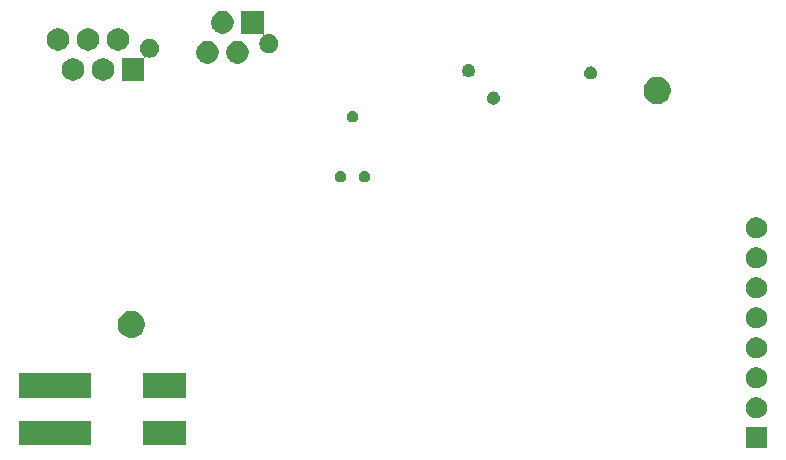
<source format=gbr>
G04 #@! TF.GenerationSoftware,KiCad,Pcbnew,5.1.5-52549c5~84~ubuntu18.04.1*
G04 #@! TF.CreationDate,2020-04-16T17:59:20+02:00*
G04 #@! TF.ProjectId,board,626f6172-642e-46b6-9963-61645f706362,rev?*
G04 #@! TF.SameCoordinates,Original*
G04 #@! TF.FileFunction,Soldermask,Bot*
G04 #@! TF.FilePolarity,Negative*
%FSLAX46Y46*%
G04 Gerber Fmt 4.6, Leading zero omitted, Abs format (unit mm)*
G04 Created by KiCad (PCBNEW 5.1.5-52549c5~84~ubuntu18.04.1) date 2020-04-16 17:59:20*
%MOMM*%
%LPD*%
G04 APERTURE LIST*
%ADD10C,0.100000*%
G04 APERTURE END LIST*
D10*
G36*
X156901000Y-138010200D02*
G01*
X155099000Y-138010200D01*
X155099000Y-136208200D01*
X156901000Y-136208200D01*
X156901000Y-138010200D01*
G37*
G36*
X107701000Y-137751000D02*
G01*
X104099000Y-137751000D01*
X104099000Y-135649000D01*
X107701000Y-135649000D01*
X107701000Y-137751000D01*
G37*
G36*
X99701000Y-137751000D02*
G01*
X93599000Y-137751000D01*
X93599000Y-135649000D01*
X99701000Y-135649000D01*
X99701000Y-137751000D01*
G37*
G36*
X156113512Y-133673127D02*
G01*
X156262812Y-133702824D01*
X156426784Y-133770744D01*
X156574354Y-133869347D01*
X156699853Y-133994846D01*
X156798456Y-134142416D01*
X156866376Y-134306388D01*
X156901000Y-134480459D01*
X156901000Y-134657941D01*
X156866376Y-134832012D01*
X156798456Y-134995984D01*
X156699853Y-135143554D01*
X156574354Y-135269053D01*
X156426784Y-135367656D01*
X156262812Y-135435576D01*
X156113512Y-135465273D01*
X156088742Y-135470200D01*
X155911258Y-135470200D01*
X155886488Y-135465273D01*
X155737188Y-135435576D01*
X155573216Y-135367656D01*
X155425646Y-135269053D01*
X155300147Y-135143554D01*
X155201544Y-134995984D01*
X155133624Y-134832012D01*
X155099000Y-134657941D01*
X155099000Y-134480459D01*
X155133624Y-134306388D01*
X155201544Y-134142416D01*
X155300147Y-133994846D01*
X155425646Y-133869347D01*
X155573216Y-133770744D01*
X155737188Y-133702824D01*
X155886488Y-133673127D01*
X155911258Y-133668200D01*
X156088742Y-133668200D01*
X156113512Y-133673127D01*
G37*
G36*
X99701000Y-133751000D02*
G01*
X93599000Y-133751000D01*
X93599000Y-131649000D01*
X99701000Y-131649000D01*
X99701000Y-133751000D01*
G37*
G36*
X107701000Y-133751000D02*
G01*
X104099000Y-133751000D01*
X104099000Y-131649000D01*
X107701000Y-131649000D01*
X107701000Y-133751000D01*
G37*
G36*
X156113512Y-131133127D02*
G01*
X156262812Y-131162824D01*
X156426784Y-131230744D01*
X156574354Y-131329347D01*
X156699853Y-131454846D01*
X156798456Y-131602416D01*
X156866376Y-131766388D01*
X156901000Y-131940459D01*
X156901000Y-132117941D01*
X156866376Y-132292012D01*
X156798456Y-132455984D01*
X156699853Y-132603554D01*
X156574354Y-132729053D01*
X156426784Y-132827656D01*
X156262812Y-132895576D01*
X156113512Y-132925273D01*
X156088742Y-132930200D01*
X155911258Y-132930200D01*
X155886488Y-132925273D01*
X155737188Y-132895576D01*
X155573216Y-132827656D01*
X155425646Y-132729053D01*
X155300147Y-132603554D01*
X155201544Y-132455984D01*
X155133624Y-132292012D01*
X155099000Y-132117941D01*
X155099000Y-131940459D01*
X155133624Y-131766388D01*
X155201544Y-131602416D01*
X155300147Y-131454846D01*
X155425646Y-131329347D01*
X155573216Y-131230744D01*
X155737188Y-131162824D01*
X155886488Y-131133127D01*
X155911258Y-131128200D01*
X156088742Y-131128200D01*
X156113512Y-131133127D01*
G37*
G36*
X156113512Y-128593127D02*
G01*
X156262812Y-128622824D01*
X156426784Y-128690744D01*
X156574354Y-128789347D01*
X156699853Y-128914846D01*
X156798456Y-129062416D01*
X156866376Y-129226388D01*
X156901000Y-129400459D01*
X156901000Y-129577941D01*
X156866376Y-129752012D01*
X156798456Y-129915984D01*
X156699853Y-130063554D01*
X156574354Y-130189053D01*
X156426784Y-130287656D01*
X156262812Y-130355576D01*
X156113512Y-130385273D01*
X156088742Y-130390200D01*
X155911258Y-130390200D01*
X155886488Y-130385273D01*
X155737188Y-130355576D01*
X155573216Y-130287656D01*
X155425646Y-130189053D01*
X155300147Y-130063554D01*
X155201544Y-129915984D01*
X155133624Y-129752012D01*
X155099000Y-129577941D01*
X155099000Y-129400459D01*
X155133624Y-129226388D01*
X155201544Y-129062416D01*
X155300147Y-128914846D01*
X155425646Y-128789347D01*
X155573216Y-128690744D01*
X155737188Y-128622824D01*
X155886488Y-128593127D01*
X155911258Y-128588200D01*
X156088742Y-128588200D01*
X156113512Y-128593127D01*
G37*
G36*
X103294549Y-126371116D02*
G01*
X103405734Y-126393232D01*
X103615203Y-126479997D01*
X103803720Y-126605960D01*
X103964040Y-126766280D01*
X104090003Y-126954797D01*
X104176768Y-127164266D01*
X104221000Y-127386636D01*
X104221000Y-127613364D01*
X104176768Y-127835734D01*
X104090003Y-128045203D01*
X103964040Y-128233720D01*
X103803720Y-128394040D01*
X103615203Y-128520003D01*
X103405734Y-128606768D01*
X103294549Y-128628884D01*
X103183365Y-128651000D01*
X102956635Y-128651000D01*
X102845451Y-128628884D01*
X102734266Y-128606768D01*
X102524797Y-128520003D01*
X102336280Y-128394040D01*
X102175960Y-128233720D01*
X102049997Y-128045203D01*
X101963232Y-127835734D01*
X101919000Y-127613364D01*
X101919000Y-127386636D01*
X101963232Y-127164266D01*
X102049997Y-126954797D01*
X102175960Y-126766280D01*
X102336280Y-126605960D01*
X102524797Y-126479997D01*
X102734266Y-126393232D01*
X102845451Y-126371116D01*
X102956635Y-126349000D01*
X103183365Y-126349000D01*
X103294549Y-126371116D01*
G37*
G36*
X156113512Y-126053127D02*
G01*
X156262812Y-126082824D01*
X156426784Y-126150744D01*
X156574354Y-126249347D01*
X156699853Y-126374846D01*
X156798456Y-126522416D01*
X156866376Y-126686388D01*
X156901000Y-126860459D01*
X156901000Y-127037941D01*
X156866376Y-127212012D01*
X156798456Y-127375984D01*
X156699853Y-127523554D01*
X156574354Y-127649053D01*
X156426784Y-127747656D01*
X156262812Y-127815576D01*
X156113512Y-127845273D01*
X156088742Y-127850200D01*
X155911258Y-127850200D01*
X155886488Y-127845273D01*
X155737188Y-127815576D01*
X155573216Y-127747656D01*
X155425646Y-127649053D01*
X155300147Y-127523554D01*
X155201544Y-127375984D01*
X155133624Y-127212012D01*
X155099000Y-127037941D01*
X155099000Y-126860459D01*
X155133624Y-126686388D01*
X155201544Y-126522416D01*
X155300147Y-126374846D01*
X155425646Y-126249347D01*
X155573216Y-126150744D01*
X155737188Y-126082824D01*
X155886488Y-126053127D01*
X155911258Y-126048200D01*
X156088742Y-126048200D01*
X156113512Y-126053127D01*
G37*
G36*
X156113512Y-123513127D02*
G01*
X156262812Y-123542824D01*
X156426784Y-123610744D01*
X156574354Y-123709347D01*
X156699853Y-123834846D01*
X156798456Y-123982416D01*
X156866376Y-124146388D01*
X156901000Y-124320459D01*
X156901000Y-124497941D01*
X156866376Y-124672012D01*
X156798456Y-124835984D01*
X156699853Y-124983554D01*
X156574354Y-125109053D01*
X156426784Y-125207656D01*
X156262812Y-125275576D01*
X156113512Y-125305273D01*
X156088742Y-125310200D01*
X155911258Y-125310200D01*
X155886488Y-125305273D01*
X155737188Y-125275576D01*
X155573216Y-125207656D01*
X155425646Y-125109053D01*
X155300147Y-124983554D01*
X155201544Y-124835984D01*
X155133624Y-124672012D01*
X155099000Y-124497941D01*
X155099000Y-124320459D01*
X155133624Y-124146388D01*
X155201544Y-123982416D01*
X155300147Y-123834846D01*
X155425646Y-123709347D01*
X155573216Y-123610744D01*
X155737188Y-123542824D01*
X155886488Y-123513127D01*
X155911258Y-123508200D01*
X156088742Y-123508200D01*
X156113512Y-123513127D01*
G37*
G36*
X156113512Y-120973127D02*
G01*
X156262812Y-121002824D01*
X156426784Y-121070744D01*
X156574354Y-121169347D01*
X156699853Y-121294846D01*
X156798456Y-121442416D01*
X156866376Y-121606388D01*
X156901000Y-121780459D01*
X156901000Y-121957941D01*
X156866376Y-122132012D01*
X156798456Y-122295984D01*
X156699853Y-122443554D01*
X156574354Y-122569053D01*
X156426784Y-122667656D01*
X156262812Y-122735576D01*
X156113512Y-122765273D01*
X156088742Y-122770200D01*
X155911258Y-122770200D01*
X155886488Y-122765273D01*
X155737188Y-122735576D01*
X155573216Y-122667656D01*
X155425646Y-122569053D01*
X155300147Y-122443554D01*
X155201544Y-122295984D01*
X155133624Y-122132012D01*
X155099000Y-121957941D01*
X155099000Y-121780459D01*
X155133624Y-121606388D01*
X155201544Y-121442416D01*
X155300147Y-121294846D01*
X155425646Y-121169347D01*
X155573216Y-121070744D01*
X155737188Y-121002824D01*
X155886488Y-120973127D01*
X155911258Y-120968200D01*
X156088742Y-120968200D01*
X156113512Y-120973127D01*
G37*
G36*
X156113512Y-118433127D02*
G01*
X156262812Y-118462824D01*
X156426784Y-118530744D01*
X156574354Y-118629347D01*
X156699853Y-118754846D01*
X156798456Y-118902416D01*
X156866376Y-119066388D01*
X156901000Y-119240459D01*
X156901000Y-119417941D01*
X156866376Y-119592012D01*
X156798456Y-119755984D01*
X156699853Y-119903554D01*
X156574354Y-120029053D01*
X156426784Y-120127656D01*
X156262812Y-120195576D01*
X156113512Y-120225273D01*
X156088742Y-120230200D01*
X155911258Y-120230200D01*
X155886488Y-120225273D01*
X155737188Y-120195576D01*
X155573216Y-120127656D01*
X155425646Y-120029053D01*
X155300147Y-119903554D01*
X155201544Y-119755984D01*
X155133624Y-119592012D01*
X155099000Y-119417941D01*
X155099000Y-119240459D01*
X155133624Y-119066388D01*
X155201544Y-118902416D01*
X155300147Y-118754846D01*
X155425646Y-118629347D01*
X155573216Y-118530744D01*
X155737188Y-118462824D01*
X155886488Y-118433127D01*
X155911258Y-118428200D01*
X156088742Y-118428200D01*
X156113512Y-118433127D01*
G37*
G36*
X122960532Y-114503541D02*
G01*
X123050707Y-114540893D01*
X123131863Y-114595120D01*
X123200880Y-114664137D01*
X123255107Y-114745293D01*
X123292459Y-114835468D01*
X123311500Y-114931197D01*
X123311500Y-115028803D01*
X123292459Y-115124532D01*
X123255107Y-115214707D01*
X123200880Y-115295863D01*
X123131863Y-115364880D01*
X123050707Y-115419107D01*
X122960532Y-115456459D01*
X122864803Y-115475500D01*
X122767197Y-115475500D01*
X122671468Y-115456459D01*
X122581293Y-115419107D01*
X122500137Y-115364880D01*
X122431120Y-115295863D01*
X122376893Y-115214707D01*
X122339541Y-115124532D01*
X122320500Y-115028803D01*
X122320500Y-114931197D01*
X122339541Y-114835468D01*
X122376893Y-114745293D01*
X122431120Y-114664137D01*
X122500137Y-114595120D01*
X122581293Y-114540893D01*
X122671468Y-114503541D01*
X122767197Y-114484500D01*
X122864803Y-114484500D01*
X122960532Y-114503541D01*
G37*
G36*
X120928532Y-114503541D02*
G01*
X121018707Y-114540893D01*
X121099863Y-114595120D01*
X121168880Y-114664137D01*
X121223107Y-114745293D01*
X121260459Y-114835468D01*
X121279500Y-114931197D01*
X121279500Y-115028803D01*
X121260459Y-115124532D01*
X121223107Y-115214707D01*
X121168880Y-115295863D01*
X121099863Y-115364880D01*
X121018707Y-115419107D01*
X120928532Y-115456459D01*
X120832803Y-115475500D01*
X120735197Y-115475500D01*
X120639468Y-115456459D01*
X120549293Y-115419107D01*
X120468137Y-115364880D01*
X120399120Y-115295863D01*
X120344893Y-115214707D01*
X120307541Y-115124532D01*
X120288500Y-115028803D01*
X120288500Y-114931197D01*
X120307541Y-114835468D01*
X120344893Y-114745293D01*
X120399120Y-114664137D01*
X120468137Y-114595120D01*
X120549293Y-114540893D01*
X120639468Y-114503541D01*
X120735197Y-114484500D01*
X120832803Y-114484500D01*
X120928532Y-114503541D01*
G37*
G36*
X121944532Y-109423541D02*
G01*
X122034707Y-109460893D01*
X122115863Y-109515120D01*
X122184880Y-109584137D01*
X122239107Y-109665293D01*
X122276459Y-109755468D01*
X122295500Y-109851197D01*
X122295500Y-109948803D01*
X122276459Y-110044532D01*
X122239107Y-110134707D01*
X122184880Y-110215863D01*
X122115863Y-110284880D01*
X122034707Y-110339107D01*
X121944532Y-110376459D01*
X121848803Y-110395500D01*
X121751197Y-110395500D01*
X121655468Y-110376459D01*
X121565293Y-110339107D01*
X121484137Y-110284880D01*
X121415120Y-110215863D01*
X121360893Y-110134707D01*
X121323541Y-110044532D01*
X121304500Y-109948803D01*
X121304500Y-109851197D01*
X121323541Y-109755468D01*
X121360893Y-109665293D01*
X121415120Y-109584137D01*
X121484137Y-109515120D01*
X121565293Y-109460893D01*
X121655468Y-109423541D01*
X121751197Y-109404500D01*
X121848803Y-109404500D01*
X121944532Y-109423541D01*
G37*
G36*
X133900721Y-107810174D02*
G01*
X134000995Y-107851709D01*
X134000996Y-107851710D01*
X134091242Y-107912010D01*
X134167990Y-107988758D01*
X134167991Y-107988760D01*
X134228291Y-108079005D01*
X134269826Y-108179279D01*
X134291000Y-108285730D01*
X134291000Y-108394270D01*
X134269826Y-108500721D01*
X134228291Y-108600995D01*
X134228290Y-108600996D01*
X134167990Y-108691242D01*
X134091242Y-108767990D01*
X134045812Y-108798345D01*
X134000995Y-108828291D01*
X133900721Y-108869826D01*
X133794270Y-108891000D01*
X133685730Y-108891000D01*
X133579279Y-108869826D01*
X133479005Y-108828291D01*
X133434188Y-108798345D01*
X133388758Y-108767990D01*
X133312010Y-108691242D01*
X133251710Y-108600996D01*
X133251709Y-108600995D01*
X133210174Y-108500721D01*
X133189000Y-108394270D01*
X133189000Y-108285730D01*
X133210174Y-108179279D01*
X133251709Y-108079005D01*
X133312009Y-107988760D01*
X133312010Y-107988758D01*
X133388758Y-107912010D01*
X133479004Y-107851710D01*
X133479005Y-107851709D01*
X133579279Y-107810174D01*
X133685730Y-107789000D01*
X133794270Y-107789000D01*
X133900721Y-107810174D01*
G37*
G36*
X147774899Y-106561240D02*
G01*
X147935734Y-106593232D01*
X148145203Y-106679997D01*
X148333720Y-106805960D01*
X148494040Y-106966280D01*
X148620003Y-107154797D01*
X148706768Y-107364266D01*
X148751000Y-107586636D01*
X148751000Y-107813364D01*
X148706768Y-108035734D01*
X148620003Y-108245203D01*
X148494040Y-108433720D01*
X148333720Y-108594040D01*
X148145203Y-108720003D01*
X147935734Y-108806768D01*
X147827535Y-108828290D01*
X147713365Y-108851000D01*
X147486635Y-108851000D01*
X147372465Y-108828290D01*
X147264266Y-108806768D01*
X147054797Y-108720003D01*
X146866280Y-108594040D01*
X146705960Y-108433720D01*
X146579997Y-108245203D01*
X146493232Y-108035734D01*
X146449000Y-107813364D01*
X146449000Y-107586636D01*
X146493232Y-107364266D01*
X146579997Y-107154797D01*
X146705960Y-106966280D01*
X146866280Y-106805960D01*
X147054797Y-106679997D01*
X147264266Y-106593232D01*
X147425101Y-106561240D01*
X147486635Y-106549000D01*
X147713365Y-106549000D01*
X147774899Y-106561240D01*
G37*
G36*
X98417395Y-105005546D02*
G01*
X98590466Y-105077234D01*
X98590467Y-105077235D01*
X98746227Y-105181310D01*
X98878690Y-105313773D01*
X98878691Y-105313775D01*
X98982766Y-105469534D01*
X99054454Y-105642605D01*
X99091000Y-105826333D01*
X99091000Y-106013667D01*
X99054454Y-106197395D01*
X98982766Y-106370466D01*
X98982249Y-106371240D01*
X98878690Y-106526227D01*
X98746227Y-106658690D01*
X98686961Y-106698290D01*
X98590466Y-106762766D01*
X98417395Y-106834454D01*
X98233667Y-106871000D01*
X98046333Y-106871000D01*
X97862605Y-106834454D01*
X97689534Y-106762766D01*
X97593039Y-106698290D01*
X97533773Y-106658690D01*
X97401310Y-106526227D01*
X97297751Y-106371240D01*
X97297234Y-106370466D01*
X97225546Y-106197395D01*
X97189000Y-106013667D01*
X97189000Y-105826333D01*
X97225546Y-105642605D01*
X97297234Y-105469534D01*
X97401309Y-105313775D01*
X97401310Y-105313773D01*
X97533773Y-105181310D01*
X97689533Y-105077235D01*
X97689534Y-105077234D01*
X97862605Y-105005546D01*
X98046333Y-104969000D01*
X98233667Y-104969000D01*
X98417395Y-105005546D01*
G37*
G36*
X100957395Y-105005546D02*
G01*
X101130466Y-105077234D01*
X101130467Y-105077235D01*
X101286227Y-105181310D01*
X101418690Y-105313773D01*
X101418691Y-105313775D01*
X101522766Y-105469534D01*
X101594454Y-105642605D01*
X101631000Y-105826333D01*
X101631000Y-106013667D01*
X101594454Y-106197395D01*
X101522766Y-106370466D01*
X101522249Y-106371240D01*
X101418690Y-106526227D01*
X101286227Y-106658690D01*
X101226961Y-106698290D01*
X101130466Y-106762766D01*
X100957395Y-106834454D01*
X100773667Y-106871000D01*
X100586333Y-106871000D01*
X100402605Y-106834454D01*
X100229534Y-106762766D01*
X100133039Y-106698290D01*
X100073773Y-106658690D01*
X99941310Y-106526227D01*
X99837751Y-106371240D01*
X99837234Y-106370466D01*
X99765546Y-106197395D01*
X99729000Y-106013667D01*
X99729000Y-105826333D01*
X99765546Y-105642605D01*
X99837234Y-105469534D01*
X99941309Y-105313775D01*
X99941310Y-105313773D01*
X100073773Y-105181310D01*
X100229533Y-105077235D01*
X100229534Y-105077234D01*
X100402605Y-105005546D01*
X100586333Y-104969000D01*
X100773667Y-104969000D01*
X100957395Y-105005546D01*
G37*
G36*
X104853657Y-103349733D02*
G01*
X104999438Y-103410118D01*
X104999439Y-103410119D01*
X105130640Y-103497784D01*
X105242216Y-103609360D01*
X105274312Y-103657395D01*
X105329882Y-103740562D01*
X105390267Y-103886343D01*
X105421050Y-104041102D01*
X105421050Y-104198898D01*
X105390267Y-104353657D01*
X105329882Y-104499438D01*
X105286967Y-104563665D01*
X105242216Y-104630640D01*
X105130640Y-104742216D01*
X105082241Y-104774555D01*
X104999438Y-104829882D01*
X104853657Y-104890267D01*
X104698898Y-104921050D01*
X104541102Y-104921050D01*
X104386345Y-104890267D01*
X104386343Y-104890266D01*
X104386342Y-104890266D01*
X104343836Y-104872659D01*
X104320386Y-104865546D01*
X104296000Y-104863144D01*
X104271614Y-104865546D01*
X104248165Y-104872659D01*
X104226554Y-104884210D01*
X104207612Y-104899755D01*
X104192067Y-104918697D01*
X104180515Y-104940307D01*
X104173402Y-104963756D01*
X104171000Y-104988143D01*
X104171000Y-106871000D01*
X102269000Y-106871000D01*
X102269000Y-104969000D01*
X104036700Y-104969000D01*
X104061086Y-104966598D01*
X104084535Y-104959485D01*
X104106146Y-104947934D01*
X104125088Y-104932389D01*
X104140633Y-104913447D01*
X104152184Y-104891836D01*
X104159297Y-104868387D01*
X104161699Y-104844001D01*
X104159297Y-104819615D01*
X104152184Y-104796166D01*
X104140633Y-104774555D01*
X104125088Y-104755613D01*
X104112096Y-104744951D01*
X104109363Y-104742218D01*
X104109360Y-104742216D01*
X103997784Y-104630640D01*
X103953033Y-104563665D01*
X103910118Y-104499438D01*
X103849733Y-104353657D01*
X103818950Y-104198898D01*
X103818950Y-104041102D01*
X103849733Y-103886343D01*
X103910118Y-103740562D01*
X103965688Y-103657395D01*
X103997784Y-103609360D01*
X104109360Y-103497784D01*
X104240561Y-103410119D01*
X104240562Y-103410118D01*
X104386343Y-103349733D01*
X104541102Y-103318950D01*
X104698898Y-103318950D01*
X104853657Y-103349733D01*
G37*
G36*
X142130721Y-105680174D02*
G01*
X142230995Y-105721709D01*
X142230996Y-105721710D01*
X142321242Y-105782010D01*
X142397990Y-105858758D01*
X142397991Y-105858760D01*
X142458291Y-105949005D01*
X142499826Y-106049279D01*
X142521000Y-106155730D01*
X142521000Y-106264270D01*
X142499826Y-106370721D01*
X142458291Y-106470995D01*
X142428345Y-106515812D01*
X142397990Y-106561242D01*
X142321242Y-106637990D01*
X142275812Y-106668345D01*
X142230995Y-106698291D01*
X142130721Y-106739826D01*
X142024270Y-106761000D01*
X141915730Y-106761000D01*
X141809279Y-106739826D01*
X141709005Y-106698291D01*
X141664188Y-106668345D01*
X141618758Y-106637990D01*
X141542010Y-106561242D01*
X141511655Y-106515812D01*
X141481709Y-106470995D01*
X141440174Y-106370721D01*
X141419000Y-106264270D01*
X141419000Y-106155730D01*
X141440174Y-106049279D01*
X141481709Y-105949005D01*
X141542009Y-105858760D01*
X141542010Y-105858758D01*
X141618758Y-105782010D01*
X141709004Y-105721710D01*
X141709005Y-105721709D01*
X141809279Y-105680174D01*
X141915730Y-105659000D01*
X142024270Y-105659000D01*
X142130721Y-105680174D01*
G37*
G36*
X131790721Y-105490174D02*
G01*
X131890995Y-105531709D01*
X131890996Y-105531710D01*
X131981242Y-105592010D01*
X132057990Y-105668758D01*
X132088345Y-105714188D01*
X132118291Y-105759005D01*
X132159826Y-105859279D01*
X132181000Y-105965730D01*
X132181000Y-106074270D01*
X132159826Y-106180721D01*
X132118291Y-106280995D01*
X132118290Y-106280996D01*
X132057990Y-106371242D01*
X131981242Y-106447990D01*
X131946812Y-106470995D01*
X131890995Y-106508291D01*
X131790721Y-106549826D01*
X131684270Y-106571000D01*
X131575730Y-106571000D01*
X131469279Y-106549826D01*
X131369005Y-106508291D01*
X131313188Y-106470995D01*
X131278758Y-106447990D01*
X131202010Y-106371242D01*
X131141710Y-106280996D01*
X131141709Y-106280995D01*
X131100174Y-106180721D01*
X131079000Y-106074270D01*
X131079000Y-105965730D01*
X131100174Y-105859279D01*
X131141709Y-105759005D01*
X131171655Y-105714188D01*
X131202010Y-105668758D01*
X131278758Y-105592010D01*
X131369004Y-105531710D01*
X131369005Y-105531709D01*
X131469279Y-105490174D01*
X131575730Y-105469000D01*
X131684270Y-105469000D01*
X131790721Y-105490174D01*
G37*
G36*
X112332395Y-103555546D02*
G01*
X112505466Y-103627234D01*
X112582818Y-103678919D01*
X112661227Y-103731310D01*
X112793690Y-103863773D01*
X112846081Y-103942182D01*
X112897766Y-104019534D01*
X112969454Y-104192605D01*
X113006000Y-104376333D01*
X113006000Y-104563667D01*
X112969454Y-104747395D01*
X112897766Y-104920466D01*
X112852546Y-104988143D01*
X112793690Y-105076227D01*
X112661227Y-105208690D01*
X112582818Y-105261081D01*
X112505466Y-105312766D01*
X112332395Y-105384454D01*
X112148667Y-105421000D01*
X111961333Y-105421000D01*
X111777605Y-105384454D01*
X111604534Y-105312766D01*
X111527182Y-105261081D01*
X111448773Y-105208690D01*
X111316310Y-105076227D01*
X111257454Y-104988143D01*
X111212234Y-104920466D01*
X111140546Y-104747395D01*
X111104000Y-104563667D01*
X111104000Y-104376333D01*
X111140546Y-104192605D01*
X111212234Y-104019534D01*
X111263919Y-103942182D01*
X111316310Y-103863773D01*
X111448773Y-103731310D01*
X111527182Y-103678919D01*
X111604534Y-103627234D01*
X111777605Y-103555546D01*
X111961333Y-103519000D01*
X112148667Y-103519000D01*
X112332395Y-103555546D01*
G37*
G36*
X109792395Y-103555546D02*
G01*
X109965466Y-103627234D01*
X110042818Y-103678919D01*
X110121227Y-103731310D01*
X110253690Y-103863773D01*
X110306081Y-103942182D01*
X110357766Y-104019534D01*
X110429454Y-104192605D01*
X110466000Y-104376333D01*
X110466000Y-104563667D01*
X110429454Y-104747395D01*
X110357766Y-104920466D01*
X110312546Y-104988143D01*
X110253690Y-105076227D01*
X110121227Y-105208690D01*
X110042818Y-105261081D01*
X109965466Y-105312766D01*
X109792395Y-105384454D01*
X109608667Y-105421000D01*
X109421333Y-105421000D01*
X109237605Y-105384454D01*
X109064534Y-105312766D01*
X108987182Y-105261081D01*
X108908773Y-105208690D01*
X108776310Y-105076227D01*
X108717454Y-104988143D01*
X108672234Y-104920466D01*
X108600546Y-104747395D01*
X108564000Y-104563667D01*
X108564000Y-104376333D01*
X108600546Y-104192605D01*
X108672234Y-104019534D01*
X108723919Y-103942182D01*
X108776310Y-103863773D01*
X108908773Y-103731310D01*
X108987182Y-103678919D01*
X109064534Y-103627234D01*
X109237605Y-103555546D01*
X109421333Y-103519000D01*
X109608667Y-103519000D01*
X109792395Y-103555546D01*
G37*
G36*
X114276000Y-102861857D02*
G01*
X114278402Y-102886243D01*
X114285515Y-102909692D01*
X114297066Y-102931303D01*
X114312611Y-102950245D01*
X114331553Y-102965790D01*
X114353164Y-102977341D01*
X114376613Y-102984454D01*
X114400999Y-102986856D01*
X114425385Y-102984454D01*
X114448835Y-102977341D01*
X114476722Y-102965790D01*
X114491342Y-102959734D01*
X114491343Y-102959734D01*
X114491345Y-102959733D01*
X114646102Y-102928950D01*
X114803898Y-102928950D01*
X114958657Y-102959733D01*
X115104438Y-103020118D01*
X115104439Y-103020119D01*
X115235640Y-103107784D01*
X115347216Y-103219360D01*
X115347217Y-103219362D01*
X115434882Y-103350562D01*
X115495267Y-103496343D01*
X115526050Y-103651102D01*
X115526050Y-103808898D01*
X115495267Y-103963657D01*
X115434882Y-104109438D01*
X115434881Y-104109439D01*
X115347216Y-104240640D01*
X115235640Y-104352216D01*
X115199546Y-104376333D01*
X115104438Y-104439882D01*
X114958657Y-104500267D01*
X114803898Y-104531050D01*
X114646102Y-104531050D01*
X114491343Y-104500267D01*
X114345562Y-104439882D01*
X114250454Y-104376333D01*
X114214360Y-104352216D01*
X114102784Y-104240640D01*
X114015119Y-104109439D01*
X114015118Y-104109438D01*
X113954733Y-103963657D01*
X113923950Y-103808898D01*
X113923950Y-103651102D01*
X113954733Y-103496343D01*
X114015118Y-103350562D01*
X114102783Y-103219362D01*
X114102784Y-103219360D01*
X114214360Y-103107784D01*
X114214363Y-103107782D01*
X114217097Y-103105048D01*
X114230088Y-103094386D01*
X114245633Y-103075444D01*
X114257184Y-103053833D01*
X114264297Y-103030384D01*
X114266699Y-103005998D01*
X114264297Y-102981612D01*
X114257184Y-102958163D01*
X114245633Y-102936553D01*
X114230087Y-102917611D01*
X114211145Y-102902066D01*
X114189534Y-102890515D01*
X114166085Y-102883402D01*
X114141700Y-102881000D01*
X112374000Y-102881000D01*
X112374000Y-100979000D01*
X114276000Y-100979000D01*
X114276000Y-102861857D01*
G37*
G36*
X97147395Y-102465546D02*
G01*
X97320466Y-102537234D01*
X97320467Y-102537235D01*
X97476227Y-102641310D01*
X97608690Y-102773773D01*
X97608691Y-102773775D01*
X97712766Y-102929534D01*
X97784454Y-103102605D01*
X97821000Y-103286333D01*
X97821000Y-103473667D01*
X97784454Y-103657395D01*
X97712766Y-103830466D01*
X97675431Y-103886342D01*
X97608690Y-103986227D01*
X97476227Y-104118690D01*
X97397818Y-104171081D01*
X97320466Y-104222766D01*
X97147395Y-104294454D01*
X96963667Y-104331000D01*
X96776333Y-104331000D01*
X96592605Y-104294454D01*
X96419534Y-104222766D01*
X96342182Y-104171081D01*
X96263773Y-104118690D01*
X96131310Y-103986227D01*
X96064569Y-103886342D01*
X96027234Y-103830466D01*
X95955546Y-103657395D01*
X95919000Y-103473667D01*
X95919000Y-103286333D01*
X95955546Y-103102605D01*
X96027234Y-102929534D01*
X96131309Y-102773775D01*
X96131310Y-102773773D01*
X96263773Y-102641310D01*
X96419533Y-102537235D01*
X96419534Y-102537234D01*
X96592605Y-102465546D01*
X96776333Y-102429000D01*
X96963667Y-102429000D01*
X97147395Y-102465546D01*
G37*
G36*
X102227395Y-102465546D02*
G01*
X102400466Y-102537234D01*
X102400467Y-102537235D01*
X102556227Y-102641310D01*
X102688690Y-102773773D01*
X102688691Y-102773775D01*
X102792766Y-102929534D01*
X102864454Y-103102605D01*
X102901000Y-103286333D01*
X102901000Y-103473667D01*
X102864454Y-103657395D01*
X102792766Y-103830466D01*
X102755431Y-103886342D01*
X102688690Y-103986227D01*
X102556227Y-104118690D01*
X102477818Y-104171081D01*
X102400466Y-104222766D01*
X102227395Y-104294454D01*
X102043667Y-104331000D01*
X101856333Y-104331000D01*
X101672605Y-104294454D01*
X101499534Y-104222766D01*
X101422182Y-104171081D01*
X101343773Y-104118690D01*
X101211310Y-103986227D01*
X101144569Y-103886342D01*
X101107234Y-103830466D01*
X101035546Y-103657395D01*
X100999000Y-103473667D01*
X100999000Y-103286333D01*
X101035546Y-103102605D01*
X101107234Y-102929534D01*
X101211309Y-102773775D01*
X101211310Y-102773773D01*
X101343773Y-102641310D01*
X101499533Y-102537235D01*
X101499534Y-102537234D01*
X101672605Y-102465546D01*
X101856333Y-102429000D01*
X102043667Y-102429000D01*
X102227395Y-102465546D01*
G37*
G36*
X99687395Y-102465546D02*
G01*
X99860466Y-102537234D01*
X99860467Y-102537235D01*
X100016227Y-102641310D01*
X100148690Y-102773773D01*
X100148691Y-102773775D01*
X100252766Y-102929534D01*
X100324454Y-103102605D01*
X100361000Y-103286333D01*
X100361000Y-103473667D01*
X100324454Y-103657395D01*
X100252766Y-103830466D01*
X100215431Y-103886342D01*
X100148690Y-103986227D01*
X100016227Y-104118690D01*
X99937818Y-104171081D01*
X99860466Y-104222766D01*
X99687395Y-104294454D01*
X99503667Y-104331000D01*
X99316333Y-104331000D01*
X99132605Y-104294454D01*
X98959534Y-104222766D01*
X98882182Y-104171081D01*
X98803773Y-104118690D01*
X98671310Y-103986227D01*
X98604569Y-103886342D01*
X98567234Y-103830466D01*
X98495546Y-103657395D01*
X98459000Y-103473667D01*
X98459000Y-103286333D01*
X98495546Y-103102605D01*
X98567234Y-102929534D01*
X98671309Y-102773775D01*
X98671310Y-102773773D01*
X98803773Y-102641310D01*
X98959533Y-102537235D01*
X98959534Y-102537234D01*
X99132605Y-102465546D01*
X99316333Y-102429000D01*
X99503667Y-102429000D01*
X99687395Y-102465546D01*
G37*
G36*
X111062395Y-101015546D02*
G01*
X111235466Y-101087234D01*
X111235467Y-101087235D01*
X111391227Y-101191310D01*
X111523690Y-101323773D01*
X111523691Y-101323775D01*
X111627766Y-101479534D01*
X111699454Y-101652605D01*
X111736000Y-101836333D01*
X111736000Y-102023667D01*
X111699454Y-102207395D01*
X111627766Y-102380466D01*
X111576081Y-102457818D01*
X111523690Y-102536227D01*
X111391227Y-102668690D01*
X111312818Y-102721081D01*
X111235466Y-102772766D01*
X111062395Y-102844454D01*
X110878667Y-102881000D01*
X110691333Y-102881000D01*
X110507605Y-102844454D01*
X110334534Y-102772766D01*
X110257182Y-102721081D01*
X110178773Y-102668690D01*
X110046310Y-102536227D01*
X109993919Y-102457818D01*
X109942234Y-102380466D01*
X109870546Y-102207395D01*
X109834000Y-102023667D01*
X109834000Y-101836333D01*
X109870546Y-101652605D01*
X109942234Y-101479534D01*
X110046309Y-101323775D01*
X110046310Y-101323773D01*
X110178773Y-101191310D01*
X110334533Y-101087235D01*
X110334534Y-101087234D01*
X110507605Y-101015546D01*
X110691333Y-100979000D01*
X110878667Y-100979000D01*
X111062395Y-101015546D01*
G37*
M02*

</source>
